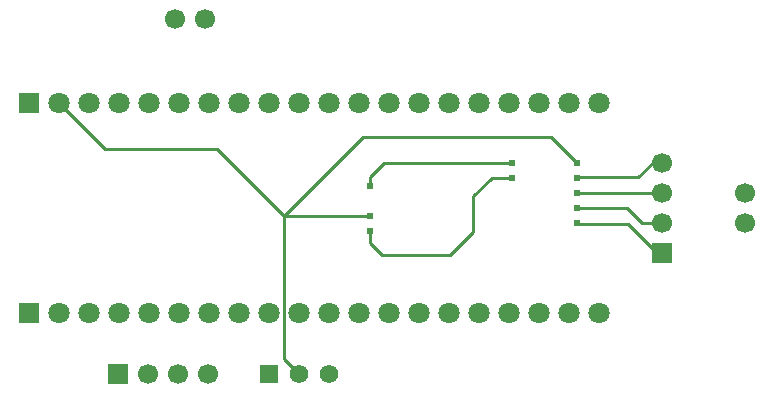
<source format=gbl>
G04 Layer: BottomLayer*
G04 EasyEDA v6.5.50, 2025-06-24 16:33:47*
G04 5496cec8b1eb4744bb4034f485f85566,07aaf3ec58ed4e568cacc845e37e2e79,10*
G04 Gerber Generator version 0.2*
G04 Scale: 100 percent, Rotated: No, Reflected: No *
G04 Dimensions in millimeters *
G04 leading zeros omitted , absolute positions ,4 integer and 5 decimal *
%FSLAX45Y45*%
%MOMM*%

%ADD10C,0.2540*%
%ADD11C,1.7000*%
%ADD12R,1.7000X1.7000*%
%ADD13R,1.8000X1.8000*%
%ADD14C,1.8000*%
%ADD15C,1.5748*%
%ADD16R,1.5748X1.5748*%
%ADD17C,0.6200*%
%ADD18C,0.0116*%

%LPD*%
D10*
X3022854Y1809495D02*
G01*
X3022600Y1701800D01*
X3124454Y1599945D01*
X3700018Y1599945D01*
X3899915Y1800097D01*
X3899915Y2100071D01*
X4054093Y2253995D01*
X4223004Y2253995D01*
X3022854Y2190495D02*
G01*
X3022600Y2260600D01*
X3142995Y2380995D01*
X4223004Y2380995D01*
X4776896Y2380995D02*
G01*
X4557897Y2599994D01*
X2968294Y2599994D01*
X2298694Y1930394D01*
X2298694Y1930394D02*
G01*
X2298694Y726998D01*
X2425694Y599998D01*
X2298694Y1930394D02*
G01*
X1729094Y2499995D01*
X779993Y2499995D01*
X390994Y2888993D01*
X4776896Y1872995D02*
G01*
X4782995Y1866897D01*
X5206989Y1866897D01*
X5454891Y1618995D01*
X5499988Y1618995D01*
X4776896Y1999995D02*
G01*
X5199989Y1999995D01*
X5326989Y1872995D01*
X5499988Y1872995D01*
X4776896Y2253995D02*
G01*
X4783495Y2260594D01*
X5295889Y2260594D01*
X5416290Y2380995D01*
X5499988Y2380995D01*
X4776896Y2126995D02*
G01*
X5499988Y2126995D01*
X2298694Y1930394D02*
G01*
X2304795Y1936495D01*
X3022752Y1936495D01*
D11*
G01*
X6199987Y2126995D03*
G01*
X6199987Y1872995D03*
G01*
X1372996Y3599995D03*
G01*
X1626996Y3599995D03*
D12*
G01*
X5499988Y1618995D03*
D11*
G01*
X5499988Y1872995D03*
G01*
X5499988Y2126995D03*
G01*
X5499988Y2380995D03*
D12*
G01*
X888997Y599998D03*
D11*
G01*
X1142997Y599998D03*
G01*
X1396997Y599998D03*
G01*
X1650997Y599998D03*
D13*
G01*
X136994Y1110998D03*
D14*
G01*
X390994Y1110998D03*
G01*
X644994Y1110998D03*
G01*
X898994Y1110998D03*
G01*
X1152994Y1110998D03*
G01*
X1406994Y1110998D03*
G01*
X1660994Y1110998D03*
G01*
X1914994Y1110998D03*
G01*
X2168994Y1110998D03*
G01*
X2422994Y1110998D03*
G01*
X2676994Y1110998D03*
G01*
X2930994Y1110998D03*
G01*
X3184994Y1110998D03*
G01*
X3438994Y1110998D03*
G01*
X3692994Y1110998D03*
G01*
X3946994Y1110998D03*
G01*
X4200994Y1110998D03*
G01*
X4454994Y1110998D03*
G01*
X4708994Y1110998D03*
G01*
X4962994Y1110998D03*
D13*
G01*
X136994Y2888993D03*
D14*
G01*
X390994Y2888993D03*
G01*
X644994Y2888993D03*
G01*
X898994Y2888993D03*
G01*
X1152994Y2888993D03*
G01*
X1406994Y2888993D03*
G01*
X1660994Y2888993D03*
G01*
X1914994Y2888993D03*
G01*
X2168994Y2888993D03*
G01*
X2422994Y2888993D03*
G01*
X2676994Y2888993D03*
G01*
X2930994Y2888993D03*
G01*
X3184994Y2888993D03*
G01*
X3438994Y2888993D03*
G01*
X3692994Y2888993D03*
G01*
X3946994Y2888993D03*
G01*
X4200994Y2888993D03*
G01*
X4454994Y2888993D03*
G01*
X4708994Y2888993D03*
G01*
X4962994Y2888993D03*
D15*
G01*
X2679694Y599998D03*
G01*
X2425694Y599998D03*
D16*
G01*
X2171694Y599998D03*
D17*
G01*
X4776896Y2253995D03*
G01*
X4776896Y2126995D03*
G01*
X4776896Y1999995D03*
G01*
X4776896Y1872995D03*
G01*
X3022752Y1936495D03*
G01*
X4776896Y2380995D03*
G01*
X3022752Y2190495D03*
G01*
X4223075Y2380995D03*
G01*
X4223075Y2253995D03*
G01*
X3022752Y1809495D03*
M02*

</source>
